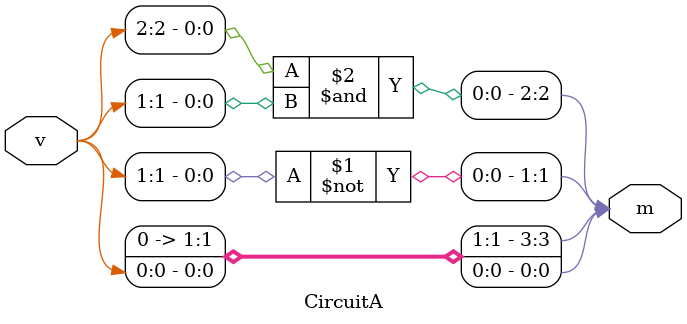
<source format=v>
module BCDToLED (seg, x);
    output [6:0] seg;
    input  [3:0] x;

    assign seg[0] = (x[2] & ~x[1] & ~x[0]) | (~x[3] & ~x[2] & ~x[1] & x[0]);
    assign seg[1] = (x[2] & ~x[1] & x[0]) | (x[2] & x[1] & ~x[0]);
    assign seg[2] = (~x[2] & x[1] & ~x[0]);
    assign seg[3] = (x[2] & ~x[1] & ~x[0]) | (~x[3] & ~x[2] & ~x[1] & x[0]) | (x[2] & x[1] & x[0]);
    assign seg[4] = (x[2] & ~x[1]) | (x[0]);
    assign seg[5] = (~x[3] & ~x[2] & x[0]) | (x[1] & x[0]) | (~x[2] & x[1]);
    assign seg[6] = (~x[3] & ~x[2] & ~x[1]) | (x[2] & x[1] & x[0]);


endmodule // BCDtoLED

module Comparator(z, v);
    output      z;
    input [3:0] v;

    assign z = (v[3] & v[2]) | (v[3] & v[1]);

endmodule // Comparator

module CircuitA(m, v);
    output [3:0] m;
    input  [2:0] v;

    assign m[0] = v[0];
    assign m[1] = ~v[1];
    assign m[2] = v[2] & v[1];
    assign m[3] = 0;

endmodule // CircuitA

</source>
